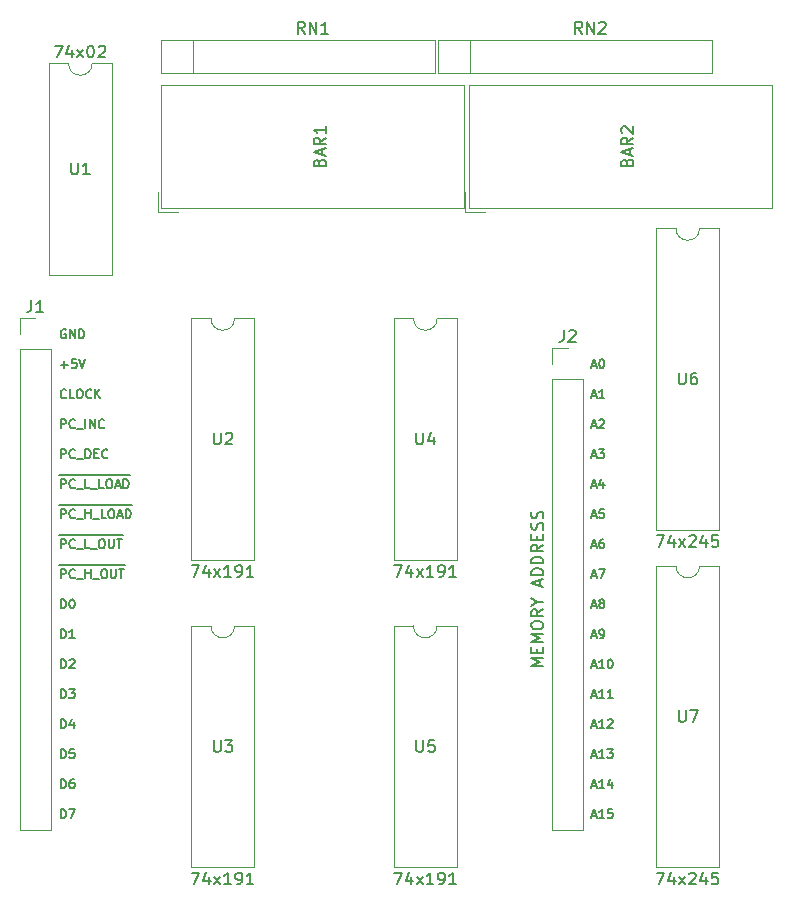
<source format=gto>
G04 #@! TF.GenerationSoftware,KiCad,Pcbnew,5.0.2+dfsg1-1*
G04 #@! TF.CreationDate,2019-07-26T12:17:07+02:00*
G04 #@! TF.ProjectId,Program-Counter,50726f67-7261-46d2-9d43-6f756e746572,rev?*
G04 #@! TF.SameCoordinates,Original*
G04 #@! TF.FileFunction,Legend,Top*
G04 #@! TF.FilePolarity,Positive*
%FSLAX46Y46*%
G04 Gerber Fmt 4.6, Leading zero omitted, Abs format (unit mm)*
G04 Created by KiCad (PCBNEW 5.0.2+dfsg1-1) date vr 26 jul 2019 12:17:07 CEST*
%MOMM*%
%LPD*%
G01*
G04 APERTURE LIST*
%ADD10C,0.150000*%
%ADD11C,0.120000*%
G04 APERTURE END LIST*
D10*
X35657500Y-66575000D02*
X36407500Y-66575000D01*
X35836071Y-67649285D02*
X35836071Y-66899285D01*
X36121785Y-66899285D01*
X36193214Y-66935000D01*
X36228928Y-66970714D01*
X36264642Y-67042142D01*
X36264642Y-67149285D01*
X36228928Y-67220714D01*
X36193214Y-67256428D01*
X36121785Y-67292142D01*
X35836071Y-67292142D01*
X36407500Y-66575000D02*
X37157500Y-66575000D01*
X37014642Y-67577857D02*
X36978928Y-67613571D01*
X36871785Y-67649285D01*
X36800357Y-67649285D01*
X36693214Y-67613571D01*
X36621785Y-67542142D01*
X36586071Y-67470714D01*
X36550357Y-67327857D01*
X36550357Y-67220714D01*
X36586071Y-67077857D01*
X36621785Y-67006428D01*
X36693214Y-66935000D01*
X36800357Y-66899285D01*
X36871785Y-66899285D01*
X36978928Y-66935000D01*
X37014642Y-66970714D01*
X37157500Y-66575000D02*
X37728928Y-66575000D01*
X37157500Y-67720714D02*
X37728928Y-67720714D01*
X37728928Y-66575000D02*
X38514642Y-66575000D01*
X37907500Y-67649285D02*
X37907500Y-66899285D01*
X37907500Y-67256428D02*
X38336071Y-67256428D01*
X38336071Y-67649285D02*
X38336071Y-66899285D01*
X38514642Y-66575000D02*
X39086071Y-66575000D01*
X38514642Y-67720714D02*
X39086071Y-67720714D01*
X39086071Y-66575000D02*
X39871785Y-66575000D01*
X39407500Y-66899285D02*
X39550357Y-66899285D01*
X39621785Y-66935000D01*
X39693214Y-67006428D01*
X39728928Y-67149285D01*
X39728928Y-67399285D01*
X39693214Y-67542142D01*
X39621785Y-67613571D01*
X39550357Y-67649285D01*
X39407500Y-67649285D01*
X39336071Y-67613571D01*
X39264642Y-67542142D01*
X39228928Y-67399285D01*
X39228928Y-67149285D01*
X39264642Y-67006428D01*
X39336071Y-66935000D01*
X39407500Y-66899285D01*
X39871785Y-66575000D02*
X40657500Y-66575000D01*
X40050357Y-66899285D02*
X40050357Y-67506428D01*
X40086071Y-67577857D01*
X40121785Y-67613571D01*
X40193214Y-67649285D01*
X40336071Y-67649285D01*
X40407500Y-67613571D01*
X40443214Y-67577857D01*
X40478928Y-67506428D01*
X40478928Y-66899285D01*
X40657500Y-66575000D02*
X41228928Y-66575000D01*
X40728928Y-66899285D02*
X41157500Y-66899285D01*
X40943214Y-67649285D02*
X40943214Y-66899285D01*
X80758357Y-77595000D02*
X81115500Y-77595000D01*
X80686928Y-77809285D02*
X80936928Y-77059285D01*
X81186928Y-77809285D01*
X81829785Y-77809285D02*
X81401214Y-77809285D01*
X81615500Y-77809285D02*
X81615500Y-77059285D01*
X81544071Y-77166428D01*
X81472642Y-77237857D01*
X81401214Y-77273571D01*
X82544071Y-77809285D02*
X82115500Y-77809285D01*
X82329785Y-77809285D02*
X82329785Y-77059285D01*
X82258357Y-77166428D01*
X82186928Y-77237857D01*
X82115500Y-77273571D01*
X80758357Y-69975000D02*
X81115500Y-69975000D01*
X80686928Y-70189285D02*
X80936928Y-69439285D01*
X81186928Y-70189285D01*
X81544071Y-69760714D02*
X81472642Y-69725000D01*
X81436928Y-69689285D01*
X81401214Y-69617857D01*
X81401214Y-69582142D01*
X81436928Y-69510714D01*
X81472642Y-69475000D01*
X81544071Y-69439285D01*
X81686928Y-69439285D01*
X81758357Y-69475000D01*
X81794071Y-69510714D01*
X81829785Y-69582142D01*
X81829785Y-69617857D01*
X81794071Y-69689285D01*
X81758357Y-69725000D01*
X81686928Y-69760714D01*
X81544071Y-69760714D01*
X81472642Y-69796428D01*
X81436928Y-69832142D01*
X81401214Y-69903571D01*
X81401214Y-70046428D01*
X81436928Y-70117857D01*
X81472642Y-70153571D01*
X81544071Y-70189285D01*
X81686928Y-70189285D01*
X81758357Y-70153571D01*
X81794071Y-70117857D01*
X81829785Y-70046428D01*
X81829785Y-69903571D01*
X81794071Y-69832142D01*
X81758357Y-69796428D01*
X81686928Y-69760714D01*
X80758357Y-82675000D02*
X81115500Y-82675000D01*
X80686928Y-82889285D02*
X80936928Y-82139285D01*
X81186928Y-82889285D01*
X81829785Y-82889285D02*
X81401214Y-82889285D01*
X81615500Y-82889285D02*
X81615500Y-82139285D01*
X81544071Y-82246428D01*
X81472642Y-82317857D01*
X81401214Y-82353571D01*
X82079785Y-82139285D02*
X82544071Y-82139285D01*
X82294071Y-82425000D01*
X82401214Y-82425000D01*
X82472642Y-82460714D01*
X82508357Y-82496428D01*
X82544071Y-82567857D01*
X82544071Y-82746428D01*
X82508357Y-82817857D01*
X82472642Y-82853571D01*
X82401214Y-82889285D01*
X82186928Y-82889285D01*
X82115500Y-82853571D01*
X82079785Y-82817857D01*
X80758357Y-72515000D02*
X81115500Y-72515000D01*
X80686928Y-72729285D02*
X80936928Y-71979285D01*
X81186928Y-72729285D01*
X81472642Y-72729285D02*
X81615500Y-72729285D01*
X81686928Y-72693571D01*
X81722642Y-72657857D01*
X81794071Y-72550714D01*
X81829785Y-72407857D01*
X81829785Y-72122142D01*
X81794071Y-72050714D01*
X81758357Y-72015000D01*
X81686928Y-71979285D01*
X81544071Y-71979285D01*
X81472642Y-72015000D01*
X81436928Y-72050714D01*
X81401214Y-72122142D01*
X81401214Y-72300714D01*
X81436928Y-72372142D01*
X81472642Y-72407857D01*
X81544071Y-72443571D01*
X81686928Y-72443571D01*
X81758357Y-72407857D01*
X81794071Y-72372142D01*
X81829785Y-72300714D01*
X80758357Y-75055000D02*
X81115500Y-75055000D01*
X80686928Y-75269285D02*
X80936928Y-74519285D01*
X81186928Y-75269285D01*
X81829785Y-75269285D02*
X81401214Y-75269285D01*
X81615500Y-75269285D02*
X81615500Y-74519285D01*
X81544071Y-74626428D01*
X81472642Y-74697857D01*
X81401214Y-74733571D01*
X82294071Y-74519285D02*
X82365500Y-74519285D01*
X82436928Y-74555000D01*
X82472642Y-74590714D01*
X82508357Y-74662142D01*
X82544071Y-74805000D01*
X82544071Y-74983571D01*
X82508357Y-75126428D01*
X82472642Y-75197857D01*
X82436928Y-75233571D01*
X82365500Y-75269285D01*
X82294071Y-75269285D01*
X82222642Y-75233571D01*
X82186928Y-75197857D01*
X82151214Y-75126428D01*
X82115500Y-74983571D01*
X82115500Y-74805000D01*
X82151214Y-74662142D01*
X82186928Y-74590714D01*
X82222642Y-74555000D01*
X82294071Y-74519285D01*
X80758357Y-87755000D02*
X81115500Y-87755000D01*
X80686928Y-87969285D02*
X80936928Y-87219285D01*
X81186928Y-87969285D01*
X81829785Y-87969285D02*
X81401214Y-87969285D01*
X81615500Y-87969285D02*
X81615500Y-87219285D01*
X81544071Y-87326428D01*
X81472642Y-87397857D01*
X81401214Y-87433571D01*
X82508357Y-87219285D02*
X82151214Y-87219285D01*
X82115500Y-87576428D01*
X82151214Y-87540714D01*
X82222642Y-87505000D01*
X82401214Y-87505000D01*
X82472642Y-87540714D01*
X82508357Y-87576428D01*
X82544071Y-87647857D01*
X82544071Y-87826428D01*
X82508357Y-87897857D01*
X82472642Y-87933571D01*
X82401214Y-87969285D01*
X82222642Y-87969285D01*
X82151214Y-87933571D01*
X82115500Y-87897857D01*
X80758357Y-80135000D02*
X81115500Y-80135000D01*
X80686928Y-80349285D02*
X80936928Y-79599285D01*
X81186928Y-80349285D01*
X81829785Y-80349285D02*
X81401214Y-80349285D01*
X81615500Y-80349285D02*
X81615500Y-79599285D01*
X81544071Y-79706428D01*
X81472642Y-79777857D01*
X81401214Y-79813571D01*
X82115500Y-79670714D02*
X82151214Y-79635000D01*
X82222642Y-79599285D01*
X82401214Y-79599285D01*
X82472642Y-79635000D01*
X82508357Y-79670714D01*
X82544071Y-79742142D01*
X82544071Y-79813571D01*
X82508357Y-79920714D01*
X82079785Y-80349285D01*
X82544071Y-80349285D01*
X80758357Y-85215000D02*
X81115500Y-85215000D01*
X80686928Y-85429285D02*
X80936928Y-84679285D01*
X81186928Y-85429285D01*
X81829785Y-85429285D02*
X81401214Y-85429285D01*
X81615500Y-85429285D02*
X81615500Y-84679285D01*
X81544071Y-84786428D01*
X81472642Y-84857857D01*
X81401214Y-84893571D01*
X82472642Y-84929285D02*
X82472642Y-85429285D01*
X82294071Y-84643571D02*
X82115500Y-85179285D01*
X82579785Y-85179285D01*
X80758357Y-64895000D02*
X81115500Y-64895000D01*
X80686928Y-65109285D02*
X80936928Y-64359285D01*
X81186928Y-65109285D01*
X81758357Y-64359285D02*
X81615500Y-64359285D01*
X81544071Y-64395000D01*
X81508357Y-64430714D01*
X81436928Y-64537857D01*
X81401214Y-64680714D01*
X81401214Y-64966428D01*
X81436928Y-65037857D01*
X81472642Y-65073571D01*
X81544071Y-65109285D01*
X81686928Y-65109285D01*
X81758357Y-65073571D01*
X81794071Y-65037857D01*
X81829785Y-64966428D01*
X81829785Y-64787857D01*
X81794071Y-64716428D01*
X81758357Y-64680714D01*
X81686928Y-64645000D01*
X81544071Y-64645000D01*
X81472642Y-64680714D01*
X81436928Y-64716428D01*
X81401214Y-64787857D01*
X80758357Y-49655000D02*
X81115500Y-49655000D01*
X80686928Y-49869285D02*
X80936928Y-49119285D01*
X81186928Y-49869285D01*
X81579785Y-49119285D02*
X81651214Y-49119285D01*
X81722642Y-49155000D01*
X81758357Y-49190714D01*
X81794071Y-49262142D01*
X81829785Y-49405000D01*
X81829785Y-49583571D01*
X81794071Y-49726428D01*
X81758357Y-49797857D01*
X81722642Y-49833571D01*
X81651214Y-49869285D01*
X81579785Y-49869285D01*
X81508357Y-49833571D01*
X81472642Y-49797857D01*
X81436928Y-49726428D01*
X81401214Y-49583571D01*
X81401214Y-49405000D01*
X81436928Y-49262142D01*
X81472642Y-49190714D01*
X81508357Y-49155000D01*
X81579785Y-49119285D01*
X80758357Y-67435000D02*
X81115500Y-67435000D01*
X80686928Y-67649285D02*
X80936928Y-66899285D01*
X81186928Y-67649285D01*
X81365500Y-66899285D02*
X81865500Y-66899285D01*
X81544071Y-67649285D01*
X80758357Y-57275000D02*
X81115500Y-57275000D01*
X80686928Y-57489285D02*
X80936928Y-56739285D01*
X81186928Y-57489285D01*
X81365500Y-56739285D02*
X81829785Y-56739285D01*
X81579785Y-57025000D01*
X81686928Y-57025000D01*
X81758357Y-57060714D01*
X81794071Y-57096428D01*
X81829785Y-57167857D01*
X81829785Y-57346428D01*
X81794071Y-57417857D01*
X81758357Y-57453571D01*
X81686928Y-57489285D01*
X81472642Y-57489285D01*
X81401214Y-57453571D01*
X81365500Y-57417857D01*
X80758357Y-59815000D02*
X81115500Y-59815000D01*
X80686928Y-60029285D02*
X80936928Y-59279285D01*
X81186928Y-60029285D01*
X81758357Y-59529285D02*
X81758357Y-60029285D01*
X81579785Y-59243571D02*
X81401214Y-59779285D01*
X81865500Y-59779285D01*
X80758357Y-62355000D02*
X81115500Y-62355000D01*
X80686928Y-62569285D02*
X80936928Y-61819285D01*
X81186928Y-62569285D01*
X81794071Y-61819285D02*
X81436928Y-61819285D01*
X81401214Y-62176428D01*
X81436928Y-62140714D01*
X81508357Y-62105000D01*
X81686928Y-62105000D01*
X81758357Y-62140714D01*
X81794071Y-62176428D01*
X81829785Y-62247857D01*
X81829785Y-62426428D01*
X81794071Y-62497857D01*
X81758357Y-62533571D01*
X81686928Y-62569285D01*
X81508357Y-62569285D01*
X81436928Y-62533571D01*
X81401214Y-62497857D01*
X80758357Y-52195000D02*
X81115500Y-52195000D01*
X80686928Y-52409285D02*
X80936928Y-51659285D01*
X81186928Y-52409285D01*
X81829785Y-52409285D02*
X81401214Y-52409285D01*
X81615500Y-52409285D02*
X81615500Y-51659285D01*
X81544071Y-51766428D01*
X81472642Y-51837857D01*
X81401214Y-51873571D01*
X80758357Y-54735000D02*
X81115500Y-54735000D01*
X80686928Y-54949285D02*
X80936928Y-54199285D01*
X81186928Y-54949285D01*
X81401214Y-54270714D02*
X81436928Y-54235000D01*
X81508357Y-54199285D01*
X81686928Y-54199285D01*
X81758357Y-54235000D01*
X81794071Y-54270714D01*
X81829785Y-54342142D01*
X81829785Y-54413571D01*
X81794071Y-54520714D01*
X81365500Y-54949285D01*
X81829785Y-54949285D01*
X35657500Y-64035000D02*
X36407500Y-64035000D01*
X35836071Y-65109285D02*
X35836071Y-64359285D01*
X36121785Y-64359285D01*
X36193214Y-64395000D01*
X36228928Y-64430714D01*
X36264642Y-64502142D01*
X36264642Y-64609285D01*
X36228928Y-64680714D01*
X36193214Y-64716428D01*
X36121785Y-64752142D01*
X35836071Y-64752142D01*
X36407500Y-64035000D02*
X37157500Y-64035000D01*
X37014642Y-65037857D02*
X36978928Y-65073571D01*
X36871785Y-65109285D01*
X36800357Y-65109285D01*
X36693214Y-65073571D01*
X36621785Y-65002142D01*
X36586071Y-64930714D01*
X36550357Y-64787857D01*
X36550357Y-64680714D01*
X36586071Y-64537857D01*
X36621785Y-64466428D01*
X36693214Y-64395000D01*
X36800357Y-64359285D01*
X36871785Y-64359285D01*
X36978928Y-64395000D01*
X37014642Y-64430714D01*
X37157500Y-64035000D02*
X37728928Y-64035000D01*
X37157500Y-65180714D02*
X37728928Y-65180714D01*
X37728928Y-64035000D02*
X38336071Y-64035000D01*
X38264642Y-65109285D02*
X37907500Y-65109285D01*
X37907500Y-64359285D01*
X38336071Y-64035000D02*
X38907500Y-64035000D01*
X38336071Y-65180714D02*
X38907500Y-65180714D01*
X38907500Y-64035000D02*
X39693214Y-64035000D01*
X39228928Y-64359285D02*
X39371785Y-64359285D01*
X39443214Y-64395000D01*
X39514642Y-64466428D01*
X39550357Y-64609285D01*
X39550357Y-64859285D01*
X39514642Y-65002142D01*
X39443214Y-65073571D01*
X39371785Y-65109285D01*
X39228928Y-65109285D01*
X39157500Y-65073571D01*
X39086071Y-65002142D01*
X39050357Y-64859285D01*
X39050357Y-64609285D01*
X39086071Y-64466428D01*
X39157500Y-64395000D01*
X39228928Y-64359285D01*
X39693214Y-64035000D02*
X40478928Y-64035000D01*
X39871785Y-64359285D02*
X39871785Y-64966428D01*
X39907500Y-65037857D01*
X39943214Y-65073571D01*
X40014642Y-65109285D01*
X40157500Y-65109285D01*
X40228928Y-65073571D01*
X40264642Y-65037857D01*
X40300357Y-64966428D01*
X40300357Y-64359285D01*
X40478928Y-64035000D02*
X41050357Y-64035000D01*
X40550357Y-64359285D02*
X40978928Y-64359285D01*
X40764642Y-65109285D02*
X40764642Y-64359285D01*
X35657500Y-61495000D02*
X36407500Y-61495000D01*
X35836071Y-62569285D02*
X35836071Y-61819285D01*
X36121785Y-61819285D01*
X36193214Y-61855000D01*
X36228928Y-61890714D01*
X36264642Y-61962142D01*
X36264642Y-62069285D01*
X36228928Y-62140714D01*
X36193214Y-62176428D01*
X36121785Y-62212142D01*
X35836071Y-62212142D01*
X36407500Y-61495000D02*
X37157500Y-61495000D01*
X37014642Y-62497857D02*
X36978928Y-62533571D01*
X36871785Y-62569285D01*
X36800357Y-62569285D01*
X36693214Y-62533571D01*
X36621785Y-62462142D01*
X36586071Y-62390714D01*
X36550357Y-62247857D01*
X36550357Y-62140714D01*
X36586071Y-61997857D01*
X36621785Y-61926428D01*
X36693214Y-61855000D01*
X36800357Y-61819285D01*
X36871785Y-61819285D01*
X36978928Y-61855000D01*
X37014642Y-61890714D01*
X37157500Y-61495000D02*
X37728928Y-61495000D01*
X37157500Y-62640714D02*
X37728928Y-62640714D01*
X37728928Y-61495000D02*
X38514642Y-61495000D01*
X37907500Y-62569285D02*
X37907500Y-61819285D01*
X37907500Y-62176428D02*
X38336071Y-62176428D01*
X38336071Y-62569285D02*
X38336071Y-61819285D01*
X38514642Y-61495000D02*
X39086071Y-61495000D01*
X38514642Y-62640714D02*
X39086071Y-62640714D01*
X39086071Y-61495000D02*
X39693214Y-61495000D01*
X39621785Y-62569285D02*
X39264642Y-62569285D01*
X39264642Y-61819285D01*
X39693214Y-61495000D02*
X40478928Y-61495000D01*
X40014642Y-61819285D02*
X40157500Y-61819285D01*
X40228928Y-61855000D01*
X40300357Y-61926428D01*
X40336071Y-62069285D01*
X40336071Y-62319285D01*
X40300357Y-62462142D01*
X40228928Y-62533571D01*
X40157500Y-62569285D01*
X40014642Y-62569285D01*
X39943214Y-62533571D01*
X39871785Y-62462142D01*
X39836071Y-62319285D01*
X39836071Y-62069285D01*
X39871785Y-61926428D01*
X39943214Y-61855000D01*
X40014642Y-61819285D01*
X40478928Y-61495000D02*
X41121785Y-61495000D01*
X40621785Y-62355000D02*
X40978928Y-62355000D01*
X40550357Y-62569285D02*
X40800357Y-61819285D01*
X41050357Y-62569285D01*
X41121785Y-61495000D02*
X41871785Y-61495000D01*
X41300357Y-62569285D02*
X41300357Y-61819285D01*
X41478928Y-61819285D01*
X41586071Y-61855000D01*
X41657500Y-61926428D01*
X41693214Y-61997857D01*
X41728928Y-62140714D01*
X41728928Y-62247857D01*
X41693214Y-62390714D01*
X41657500Y-62462142D01*
X41586071Y-62533571D01*
X41478928Y-62569285D01*
X41300357Y-62569285D01*
X35657500Y-58955000D02*
X36407500Y-58955000D01*
X35836071Y-60029285D02*
X35836071Y-59279285D01*
X36121785Y-59279285D01*
X36193214Y-59315000D01*
X36228928Y-59350714D01*
X36264642Y-59422142D01*
X36264642Y-59529285D01*
X36228928Y-59600714D01*
X36193214Y-59636428D01*
X36121785Y-59672142D01*
X35836071Y-59672142D01*
X36407500Y-58955000D02*
X37157500Y-58955000D01*
X37014642Y-59957857D02*
X36978928Y-59993571D01*
X36871785Y-60029285D01*
X36800357Y-60029285D01*
X36693214Y-59993571D01*
X36621785Y-59922142D01*
X36586071Y-59850714D01*
X36550357Y-59707857D01*
X36550357Y-59600714D01*
X36586071Y-59457857D01*
X36621785Y-59386428D01*
X36693214Y-59315000D01*
X36800357Y-59279285D01*
X36871785Y-59279285D01*
X36978928Y-59315000D01*
X37014642Y-59350714D01*
X37157500Y-58955000D02*
X37728928Y-58955000D01*
X37157500Y-60100714D02*
X37728928Y-60100714D01*
X37728928Y-58955000D02*
X38336071Y-58955000D01*
X38264642Y-60029285D02*
X37907500Y-60029285D01*
X37907500Y-59279285D01*
X38336071Y-58955000D02*
X38907500Y-58955000D01*
X38336071Y-60100714D02*
X38907500Y-60100714D01*
X38907500Y-58955000D02*
X39514642Y-58955000D01*
X39443214Y-60029285D02*
X39086071Y-60029285D01*
X39086071Y-59279285D01*
X39514642Y-58955000D02*
X40300357Y-58955000D01*
X39836071Y-59279285D02*
X39978928Y-59279285D01*
X40050357Y-59315000D01*
X40121785Y-59386428D01*
X40157500Y-59529285D01*
X40157500Y-59779285D01*
X40121785Y-59922142D01*
X40050357Y-59993571D01*
X39978928Y-60029285D01*
X39836071Y-60029285D01*
X39764642Y-59993571D01*
X39693214Y-59922142D01*
X39657500Y-59779285D01*
X39657500Y-59529285D01*
X39693214Y-59386428D01*
X39764642Y-59315000D01*
X39836071Y-59279285D01*
X40300357Y-58955000D02*
X40943214Y-58955000D01*
X40443214Y-59815000D02*
X40800357Y-59815000D01*
X40371785Y-60029285D02*
X40621785Y-59279285D01*
X40871785Y-60029285D01*
X40943214Y-58955000D02*
X41693214Y-58955000D01*
X41121785Y-60029285D02*
X41121785Y-59279285D01*
X41300357Y-59279285D01*
X41407500Y-59315000D01*
X41478928Y-59386428D01*
X41514642Y-59457857D01*
X41550357Y-59600714D01*
X41550357Y-59707857D01*
X41514642Y-59850714D01*
X41478928Y-59922142D01*
X41407500Y-59993571D01*
X41300357Y-60029285D01*
X41121785Y-60029285D01*
X35836071Y-57489285D02*
X35836071Y-56739285D01*
X36121785Y-56739285D01*
X36193214Y-56775000D01*
X36228928Y-56810714D01*
X36264642Y-56882142D01*
X36264642Y-56989285D01*
X36228928Y-57060714D01*
X36193214Y-57096428D01*
X36121785Y-57132142D01*
X35836071Y-57132142D01*
X37014642Y-57417857D02*
X36978928Y-57453571D01*
X36871785Y-57489285D01*
X36800357Y-57489285D01*
X36693214Y-57453571D01*
X36621785Y-57382142D01*
X36586071Y-57310714D01*
X36550357Y-57167857D01*
X36550357Y-57060714D01*
X36586071Y-56917857D01*
X36621785Y-56846428D01*
X36693214Y-56775000D01*
X36800357Y-56739285D01*
X36871785Y-56739285D01*
X36978928Y-56775000D01*
X37014642Y-56810714D01*
X37157500Y-57560714D02*
X37728928Y-57560714D01*
X37907500Y-57489285D02*
X37907500Y-56739285D01*
X38086071Y-56739285D01*
X38193214Y-56775000D01*
X38264642Y-56846428D01*
X38300357Y-56917857D01*
X38336071Y-57060714D01*
X38336071Y-57167857D01*
X38300357Y-57310714D01*
X38264642Y-57382142D01*
X38193214Y-57453571D01*
X38086071Y-57489285D01*
X37907500Y-57489285D01*
X38657500Y-57096428D02*
X38907500Y-57096428D01*
X39014642Y-57489285D02*
X38657500Y-57489285D01*
X38657500Y-56739285D01*
X39014642Y-56739285D01*
X39764642Y-57417857D02*
X39728928Y-57453571D01*
X39621785Y-57489285D01*
X39550357Y-57489285D01*
X39443214Y-57453571D01*
X39371785Y-57382142D01*
X39336071Y-57310714D01*
X39300357Y-57167857D01*
X39300357Y-57060714D01*
X39336071Y-56917857D01*
X39371785Y-56846428D01*
X39443214Y-56775000D01*
X39550357Y-56739285D01*
X39621785Y-56739285D01*
X39728928Y-56775000D01*
X39764642Y-56810714D01*
X36264642Y-52337857D02*
X36228928Y-52373571D01*
X36121785Y-52409285D01*
X36050357Y-52409285D01*
X35943214Y-52373571D01*
X35871785Y-52302142D01*
X35836071Y-52230714D01*
X35800357Y-52087857D01*
X35800357Y-51980714D01*
X35836071Y-51837857D01*
X35871785Y-51766428D01*
X35943214Y-51695000D01*
X36050357Y-51659285D01*
X36121785Y-51659285D01*
X36228928Y-51695000D01*
X36264642Y-51730714D01*
X36943214Y-52409285D02*
X36586071Y-52409285D01*
X36586071Y-51659285D01*
X37336071Y-51659285D02*
X37478928Y-51659285D01*
X37550357Y-51695000D01*
X37621785Y-51766428D01*
X37657500Y-51909285D01*
X37657500Y-52159285D01*
X37621785Y-52302142D01*
X37550357Y-52373571D01*
X37478928Y-52409285D01*
X37336071Y-52409285D01*
X37264642Y-52373571D01*
X37193214Y-52302142D01*
X37157500Y-52159285D01*
X37157500Y-51909285D01*
X37193214Y-51766428D01*
X37264642Y-51695000D01*
X37336071Y-51659285D01*
X38407500Y-52337857D02*
X38371785Y-52373571D01*
X38264642Y-52409285D01*
X38193214Y-52409285D01*
X38086071Y-52373571D01*
X38014642Y-52302142D01*
X37978928Y-52230714D01*
X37943214Y-52087857D01*
X37943214Y-51980714D01*
X37978928Y-51837857D01*
X38014642Y-51766428D01*
X38086071Y-51695000D01*
X38193214Y-51659285D01*
X38264642Y-51659285D01*
X38371785Y-51695000D01*
X38407500Y-51730714D01*
X38728928Y-52409285D02*
X38728928Y-51659285D01*
X39157500Y-52409285D02*
X38836071Y-51980714D01*
X39157500Y-51659285D02*
X38728928Y-52087857D01*
X35836071Y-70189285D02*
X35836071Y-69439285D01*
X36014642Y-69439285D01*
X36121785Y-69475000D01*
X36193214Y-69546428D01*
X36228928Y-69617857D01*
X36264642Y-69760714D01*
X36264642Y-69867857D01*
X36228928Y-70010714D01*
X36193214Y-70082142D01*
X36121785Y-70153571D01*
X36014642Y-70189285D01*
X35836071Y-70189285D01*
X36728928Y-69439285D02*
X36800357Y-69439285D01*
X36871785Y-69475000D01*
X36907500Y-69510714D01*
X36943214Y-69582142D01*
X36978928Y-69725000D01*
X36978928Y-69903571D01*
X36943214Y-70046428D01*
X36907500Y-70117857D01*
X36871785Y-70153571D01*
X36800357Y-70189285D01*
X36728928Y-70189285D01*
X36657500Y-70153571D01*
X36621785Y-70117857D01*
X36586071Y-70046428D01*
X36550357Y-69903571D01*
X36550357Y-69725000D01*
X36586071Y-69582142D01*
X36621785Y-69510714D01*
X36657500Y-69475000D01*
X36728928Y-69439285D01*
X35836071Y-72729285D02*
X35836071Y-71979285D01*
X36014642Y-71979285D01*
X36121785Y-72015000D01*
X36193214Y-72086428D01*
X36228928Y-72157857D01*
X36264642Y-72300714D01*
X36264642Y-72407857D01*
X36228928Y-72550714D01*
X36193214Y-72622142D01*
X36121785Y-72693571D01*
X36014642Y-72729285D01*
X35836071Y-72729285D01*
X36978928Y-72729285D02*
X36550357Y-72729285D01*
X36764642Y-72729285D02*
X36764642Y-71979285D01*
X36693214Y-72086428D01*
X36621785Y-72157857D01*
X36550357Y-72193571D01*
X35836071Y-75269285D02*
X35836071Y-74519285D01*
X36014642Y-74519285D01*
X36121785Y-74555000D01*
X36193214Y-74626428D01*
X36228928Y-74697857D01*
X36264642Y-74840714D01*
X36264642Y-74947857D01*
X36228928Y-75090714D01*
X36193214Y-75162142D01*
X36121785Y-75233571D01*
X36014642Y-75269285D01*
X35836071Y-75269285D01*
X36550357Y-74590714D02*
X36586071Y-74555000D01*
X36657500Y-74519285D01*
X36836071Y-74519285D01*
X36907500Y-74555000D01*
X36943214Y-74590714D01*
X36978928Y-74662142D01*
X36978928Y-74733571D01*
X36943214Y-74840714D01*
X36514642Y-75269285D01*
X36978928Y-75269285D01*
X35836071Y-77809285D02*
X35836071Y-77059285D01*
X36014642Y-77059285D01*
X36121785Y-77095000D01*
X36193214Y-77166428D01*
X36228928Y-77237857D01*
X36264642Y-77380714D01*
X36264642Y-77487857D01*
X36228928Y-77630714D01*
X36193214Y-77702142D01*
X36121785Y-77773571D01*
X36014642Y-77809285D01*
X35836071Y-77809285D01*
X36514642Y-77059285D02*
X36978928Y-77059285D01*
X36728928Y-77345000D01*
X36836071Y-77345000D01*
X36907500Y-77380714D01*
X36943214Y-77416428D01*
X36978928Y-77487857D01*
X36978928Y-77666428D01*
X36943214Y-77737857D01*
X36907500Y-77773571D01*
X36836071Y-77809285D01*
X36621785Y-77809285D01*
X36550357Y-77773571D01*
X36514642Y-77737857D01*
X35836071Y-80349285D02*
X35836071Y-79599285D01*
X36014642Y-79599285D01*
X36121785Y-79635000D01*
X36193214Y-79706428D01*
X36228928Y-79777857D01*
X36264642Y-79920714D01*
X36264642Y-80027857D01*
X36228928Y-80170714D01*
X36193214Y-80242142D01*
X36121785Y-80313571D01*
X36014642Y-80349285D01*
X35836071Y-80349285D01*
X36907500Y-79849285D02*
X36907500Y-80349285D01*
X36728928Y-79563571D02*
X36550357Y-80099285D01*
X37014642Y-80099285D01*
X35836071Y-82889285D02*
X35836071Y-82139285D01*
X36014642Y-82139285D01*
X36121785Y-82175000D01*
X36193214Y-82246428D01*
X36228928Y-82317857D01*
X36264642Y-82460714D01*
X36264642Y-82567857D01*
X36228928Y-82710714D01*
X36193214Y-82782142D01*
X36121785Y-82853571D01*
X36014642Y-82889285D01*
X35836071Y-82889285D01*
X36943214Y-82139285D02*
X36586071Y-82139285D01*
X36550357Y-82496428D01*
X36586071Y-82460714D01*
X36657500Y-82425000D01*
X36836071Y-82425000D01*
X36907500Y-82460714D01*
X36943214Y-82496428D01*
X36978928Y-82567857D01*
X36978928Y-82746428D01*
X36943214Y-82817857D01*
X36907500Y-82853571D01*
X36836071Y-82889285D01*
X36657500Y-82889285D01*
X36586071Y-82853571D01*
X36550357Y-82817857D01*
X35836071Y-85429285D02*
X35836071Y-84679285D01*
X36014642Y-84679285D01*
X36121785Y-84715000D01*
X36193214Y-84786428D01*
X36228928Y-84857857D01*
X36264642Y-85000714D01*
X36264642Y-85107857D01*
X36228928Y-85250714D01*
X36193214Y-85322142D01*
X36121785Y-85393571D01*
X36014642Y-85429285D01*
X35836071Y-85429285D01*
X36907500Y-84679285D02*
X36764642Y-84679285D01*
X36693214Y-84715000D01*
X36657500Y-84750714D01*
X36586071Y-84857857D01*
X36550357Y-85000714D01*
X36550357Y-85286428D01*
X36586071Y-85357857D01*
X36621785Y-85393571D01*
X36693214Y-85429285D01*
X36836071Y-85429285D01*
X36907500Y-85393571D01*
X36943214Y-85357857D01*
X36978928Y-85286428D01*
X36978928Y-85107857D01*
X36943214Y-85036428D01*
X36907500Y-85000714D01*
X36836071Y-84965000D01*
X36693214Y-84965000D01*
X36621785Y-85000714D01*
X36586071Y-85036428D01*
X36550357Y-85107857D01*
X35836071Y-87969285D02*
X35836071Y-87219285D01*
X36014642Y-87219285D01*
X36121785Y-87255000D01*
X36193214Y-87326428D01*
X36228928Y-87397857D01*
X36264642Y-87540714D01*
X36264642Y-87647857D01*
X36228928Y-87790714D01*
X36193214Y-87862142D01*
X36121785Y-87933571D01*
X36014642Y-87969285D01*
X35836071Y-87969285D01*
X36514642Y-87219285D02*
X37014642Y-87219285D01*
X36693214Y-87969285D01*
X35836071Y-49583571D02*
X36407500Y-49583571D01*
X36121785Y-49869285D02*
X36121785Y-49297857D01*
X37121785Y-49119285D02*
X36764642Y-49119285D01*
X36728928Y-49476428D01*
X36764642Y-49440714D01*
X36836071Y-49405000D01*
X37014642Y-49405000D01*
X37086071Y-49440714D01*
X37121785Y-49476428D01*
X37157500Y-49547857D01*
X37157500Y-49726428D01*
X37121785Y-49797857D01*
X37086071Y-49833571D01*
X37014642Y-49869285D01*
X36836071Y-49869285D01*
X36764642Y-49833571D01*
X36728928Y-49797857D01*
X37371785Y-49119285D02*
X37621785Y-49869285D01*
X37871785Y-49119285D01*
X36228928Y-46615000D02*
X36157500Y-46579285D01*
X36050357Y-46579285D01*
X35943214Y-46615000D01*
X35871785Y-46686428D01*
X35836071Y-46757857D01*
X35800357Y-46900714D01*
X35800357Y-47007857D01*
X35836071Y-47150714D01*
X35871785Y-47222142D01*
X35943214Y-47293571D01*
X36050357Y-47329285D01*
X36121785Y-47329285D01*
X36228928Y-47293571D01*
X36264642Y-47257857D01*
X36264642Y-47007857D01*
X36121785Y-47007857D01*
X36586071Y-47329285D02*
X36586071Y-46579285D01*
X37014642Y-47329285D01*
X37014642Y-46579285D01*
X37371785Y-47329285D02*
X37371785Y-46579285D01*
X37550357Y-46579285D01*
X37657500Y-46615000D01*
X37728928Y-46686428D01*
X37764642Y-46757857D01*
X37800357Y-46900714D01*
X37800357Y-47007857D01*
X37764642Y-47150714D01*
X37728928Y-47222142D01*
X37657500Y-47293571D01*
X37550357Y-47329285D01*
X37371785Y-47329285D01*
X35836071Y-54949285D02*
X35836071Y-54199285D01*
X36121785Y-54199285D01*
X36193214Y-54235000D01*
X36228928Y-54270714D01*
X36264642Y-54342142D01*
X36264642Y-54449285D01*
X36228928Y-54520714D01*
X36193214Y-54556428D01*
X36121785Y-54592142D01*
X35836071Y-54592142D01*
X37014642Y-54877857D02*
X36978928Y-54913571D01*
X36871785Y-54949285D01*
X36800357Y-54949285D01*
X36693214Y-54913571D01*
X36621785Y-54842142D01*
X36586071Y-54770714D01*
X36550357Y-54627857D01*
X36550357Y-54520714D01*
X36586071Y-54377857D01*
X36621785Y-54306428D01*
X36693214Y-54235000D01*
X36800357Y-54199285D01*
X36871785Y-54199285D01*
X36978928Y-54235000D01*
X37014642Y-54270714D01*
X37157500Y-55020714D02*
X37728928Y-55020714D01*
X37907500Y-54949285D02*
X37907500Y-54199285D01*
X38264642Y-54949285D02*
X38264642Y-54199285D01*
X38693214Y-54949285D01*
X38693214Y-54199285D01*
X39478928Y-54877857D02*
X39443214Y-54913571D01*
X39336071Y-54949285D01*
X39264642Y-54949285D01*
X39157500Y-54913571D01*
X39086071Y-54842142D01*
X39050357Y-54770714D01*
X39014642Y-54627857D01*
X39014642Y-54520714D01*
X39050357Y-54377857D01*
X39086071Y-54306428D01*
X39157500Y-54235000D01*
X39264642Y-54199285D01*
X39336071Y-54199285D01*
X39443214Y-54235000D01*
X39478928Y-54270714D01*
D11*
G04 #@! TO.C,U4*
X67675000Y-45660000D02*
G75*
G02X65675000Y-45660000I-1000000J0D01*
G01*
X65675000Y-45660000D02*
X64025000Y-45660000D01*
X64025000Y-45660000D02*
X64025000Y-66100000D01*
X64025000Y-66100000D02*
X69325000Y-66100000D01*
X69325000Y-66100000D02*
X69325000Y-45660000D01*
X69325000Y-45660000D02*
X67675000Y-45660000D01*
G04 #@! TO.C,J2*
X77410000Y-48200000D02*
X78740000Y-48200000D01*
X77410000Y-49530000D02*
X77410000Y-48200000D01*
X77410000Y-50800000D02*
X80070000Y-50800000D01*
X80070000Y-50800000D02*
X80070000Y-88960000D01*
X77410000Y-50800000D02*
X77410000Y-88960000D01*
X77410000Y-88960000D02*
X80070000Y-88960000D01*
G04 #@! TO.C,J1*
X32325000Y-88960000D02*
X34985000Y-88960000D01*
X32325000Y-48260000D02*
X32325000Y-88960000D01*
X34985000Y-48260000D02*
X34985000Y-88960000D01*
X32325000Y-48260000D02*
X34985000Y-48260000D01*
X32325000Y-46990000D02*
X32325000Y-45660000D01*
X32325000Y-45660000D02*
X33655000Y-45660000D01*
G04 #@! TO.C,BAR2*
X70345000Y-25895000D02*
X96025000Y-25895000D01*
X70345000Y-36335000D02*
X70345000Y-25895000D01*
X96025000Y-36335000D02*
X70345000Y-36335000D01*
X96025000Y-25895000D02*
X96025000Y-36335000D01*
X70055000Y-36625000D02*
X71755000Y-36625000D01*
X70055000Y-34925000D02*
X70055000Y-36625000D01*
G04 #@! TO.C,BAR1*
X44020000Y-34925000D02*
X44020000Y-36625000D01*
X44020000Y-36625000D02*
X45720000Y-36625000D01*
X69990000Y-25895000D02*
X69990000Y-36335000D01*
X69990000Y-36335000D02*
X44310000Y-36335000D01*
X44310000Y-36335000D02*
X44310000Y-25895000D01*
X44310000Y-25895000D02*
X69990000Y-25895000D01*
G04 #@! TO.C,U1*
X38465000Y-24070000D02*
G75*
G02X36465000Y-24070000I-1000000J0D01*
G01*
X36465000Y-24070000D02*
X34815000Y-24070000D01*
X34815000Y-24070000D02*
X34815000Y-41970000D01*
X34815000Y-41970000D02*
X40115000Y-41970000D01*
X40115000Y-41970000D02*
X40115000Y-24070000D01*
X40115000Y-24070000D02*
X38465000Y-24070000D01*
G04 #@! TO.C,U5*
X69325000Y-71695000D02*
X67675000Y-71695000D01*
X69325000Y-92135000D02*
X69325000Y-71695000D01*
X64025000Y-92135000D02*
X69325000Y-92135000D01*
X64025000Y-71695000D02*
X64025000Y-92135000D01*
X65675000Y-71695000D02*
X64025000Y-71695000D01*
X67675000Y-71695000D02*
G75*
G02X65675000Y-71695000I-1000000J0D01*
G01*
G04 #@! TO.C,U3*
X52180000Y-71695000D02*
X50530000Y-71695000D01*
X52180000Y-92135000D02*
X52180000Y-71695000D01*
X46880000Y-92135000D02*
X52180000Y-92135000D01*
X46880000Y-71695000D02*
X46880000Y-92135000D01*
X48530000Y-71695000D02*
X46880000Y-71695000D01*
X50530000Y-71695000D02*
G75*
G02X48530000Y-71695000I-1000000J0D01*
G01*
G04 #@! TO.C,U2*
X50530000Y-45660000D02*
G75*
G02X48530000Y-45660000I-1000000J0D01*
G01*
X48530000Y-45660000D02*
X46880000Y-45660000D01*
X46880000Y-45660000D02*
X46880000Y-66100000D01*
X46880000Y-66100000D02*
X52180000Y-66100000D01*
X52180000Y-66100000D02*
X52180000Y-45660000D01*
X52180000Y-45660000D02*
X50530000Y-45660000D01*
G04 #@! TO.C,U7*
X91550000Y-66615000D02*
X89900000Y-66615000D01*
X91550000Y-92135000D02*
X91550000Y-66615000D01*
X86250000Y-92135000D02*
X91550000Y-92135000D01*
X86250000Y-66615000D02*
X86250000Y-92135000D01*
X87900000Y-66615000D02*
X86250000Y-66615000D01*
X89900000Y-66615000D02*
G75*
G02X87900000Y-66615000I-1000000J0D01*
G01*
G04 #@! TO.C,U6*
X89900000Y-38040000D02*
G75*
G02X87900000Y-38040000I-1000000J0D01*
G01*
X87900000Y-38040000D02*
X86250000Y-38040000D01*
X86250000Y-38040000D02*
X86250000Y-63560000D01*
X86250000Y-63560000D02*
X91550000Y-63560000D01*
X91550000Y-63560000D02*
X91550000Y-38040000D01*
X91550000Y-38040000D02*
X89900000Y-38040000D01*
G04 #@! TO.C,RN2*
X70485000Y-22095000D02*
X70485000Y-24895000D01*
X90975000Y-22095000D02*
X67775000Y-22095000D01*
X90975000Y-24895000D02*
X90975000Y-22095000D01*
X67775000Y-24895000D02*
X90975000Y-24895000D01*
X67775000Y-22095000D02*
X67775000Y-24895000D01*
G04 #@! TO.C,RN1*
X44280000Y-22095000D02*
X44280000Y-24895000D01*
X44280000Y-24895000D02*
X67480000Y-24895000D01*
X67480000Y-24895000D02*
X67480000Y-22095000D01*
X67480000Y-22095000D02*
X44280000Y-22095000D01*
X46990000Y-22095000D02*
X46990000Y-24895000D01*
G04 #@! TO.C,U4*
D10*
X65913095Y-55332380D02*
X65913095Y-56141904D01*
X65960714Y-56237142D01*
X66008333Y-56284761D01*
X66103571Y-56332380D01*
X66294047Y-56332380D01*
X66389285Y-56284761D01*
X66436904Y-56237142D01*
X66484523Y-56141904D01*
X66484523Y-55332380D01*
X67389285Y-55665714D02*
X67389285Y-56332380D01*
X67151190Y-55284761D02*
X66913095Y-55999047D01*
X67532142Y-55999047D01*
X64032142Y-66552380D02*
X64698809Y-66552380D01*
X64270238Y-67552380D01*
X65508333Y-66885714D02*
X65508333Y-67552380D01*
X65270238Y-66504761D02*
X65032142Y-67219047D01*
X65651190Y-67219047D01*
X65936904Y-67552380D02*
X66460714Y-66885714D01*
X65936904Y-66885714D02*
X66460714Y-67552380D01*
X67365476Y-67552380D02*
X66794047Y-67552380D01*
X67079761Y-67552380D02*
X67079761Y-66552380D01*
X66984523Y-66695238D01*
X66889285Y-66790476D01*
X66794047Y-66838095D01*
X67841666Y-67552380D02*
X68032142Y-67552380D01*
X68127380Y-67504761D01*
X68175000Y-67457142D01*
X68270238Y-67314285D01*
X68317857Y-67123809D01*
X68317857Y-66742857D01*
X68270238Y-66647619D01*
X68222619Y-66600000D01*
X68127380Y-66552380D01*
X67936904Y-66552380D01*
X67841666Y-66600000D01*
X67794047Y-66647619D01*
X67746428Y-66742857D01*
X67746428Y-66980952D01*
X67794047Y-67076190D01*
X67841666Y-67123809D01*
X67936904Y-67171428D01*
X68127380Y-67171428D01*
X68222619Y-67123809D01*
X68270238Y-67076190D01*
X68317857Y-66980952D01*
X69270238Y-67552380D02*
X68698809Y-67552380D01*
X68984523Y-67552380D02*
X68984523Y-66552380D01*
X68889285Y-66695238D01*
X68794047Y-66790476D01*
X68698809Y-66838095D01*
G04 #@! TO.C,J2*
X78406666Y-46652380D02*
X78406666Y-47366666D01*
X78359047Y-47509523D01*
X78263809Y-47604761D01*
X78120952Y-47652380D01*
X78025714Y-47652380D01*
X78835238Y-46747619D02*
X78882857Y-46700000D01*
X78978095Y-46652380D01*
X79216190Y-46652380D01*
X79311428Y-46700000D01*
X79359047Y-46747619D01*
X79406666Y-46842857D01*
X79406666Y-46938095D01*
X79359047Y-47080952D01*
X78787619Y-47652380D01*
X79406666Y-47652380D01*
X76652380Y-75103809D02*
X75652380Y-75103809D01*
X76366666Y-74770476D01*
X75652380Y-74437142D01*
X76652380Y-74437142D01*
X76128571Y-73960952D02*
X76128571Y-73627619D01*
X76652380Y-73484761D02*
X76652380Y-73960952D01*
X75652380Y-73960952D01*
X75652380Y-73484761D01*
X76652380Y-73056190D02*
X75652380Y-73056190D01*
X76366666Y-72722857D01*
X75652380Y-72389523D01*
X76652380Y-72389523D01*
X75652380Y-71722857D02*
X75652380Y-71532380D01*
X75700000Y-71437142D01*
X75795238Y-71341904D01*
X75985714Y-71294285D01*
X76319047Y-71294285D01*
X76509523Y-71341904D01*
X76604761Y-71437142D01*
X76652380Y-71532380D01*
X76652380Y-71722857D01*
X76604761Y-71818095D01*
X76509523Y-71913333D01*
X76319047Y-71960952D01*
X75985714Y-71960952D01*
X75795238Y-71913333D01*
X75700000Y-71818095D01*
X75652380Y-71722857D01*
X76652380Y-70294285D02*
X76176190Y-70627619D01*
X76652380Y-70865714D02*
X75652380Y-70865714D01*
X75652380Y-70484761D01*
X75700000Y-70389523D01*
X75747619Y-70341904D01*
X75842857Y-70294285D01*
X75985714Y-70294285D01*
X76080952Y-70341904D01*
X76128571Y-70389523D01*
X76176190Y-70484761D01*
X76176190Y-70865714D01*
X76176190Y-69675238D02*
X76652380Y-69675238D01*
X75652380Y-70008571D02*
X76176190Y-69675238D01*
X75652380Y-69341904D01*
X76366666Y-68294285D02*
X76366666Y-67818095D01*
X76652380Y-68389523D02*
X75652380Y-68056190D01*
X76652380Y-67722857D01*
X76652380Y-67389523D02*
X75652380Y-67389523D01*
X75652380Y-67151428D01*
X75700000Y-67008571D01*
X75795238Y-66913333D01*
X75890476Y-66865714D01*
X76080952Y-66818095D01*
X76223809Y-66818095D01*
X76414285Y-66865714D01*
X76509523Y-66913333D01*
X76604761Y-67008571D01*
X76652380Y-67151428D01*
X76652380Y-67389523D01*
X76652380Y-66389523D02*
X75652380Y-66389523D01*
X75652380Y-66151428D01*
X75700000Y-66008571D01*
X75795238Y-65913333D01*
X75890476Y-65865714D01*
X76080952Y-65818095D01*
X76223809Y-65818095D01*
X76414285Y-65865714D01*
X76509523Y-65913333D01*
X76604761Y-66008571D01*
X76652380Y-66151428D01*
X76652380Y-66389523D01*
X76652380Y-64818095D02*
X76176190Y-65151428D01*
X76652380Y-65389523D02*
X75652380Y-65389523D01*
X75652380Y-65008571D01*
X75700000Y-64913333D01*
X75747619Y-64865714D01*
X75842857Y-64818095D01*
X75985714Y-64818095D01*
X76080952Y-64865714D01*
X76128571Y-64913333D01*
X76176190Y-65008571D01*
X76176190Y-65389523D01*
X76128571Y-64389523D02*
X76128571Y-64056190D01*
X76652380Y-63913333D02*
X76652380Y-64389523D01*
X75652380Y-64389523D01*
X75652380Y-63913333D01*
X76604761Y-63532380D02*
X76652380Y-63389523D01*
X76652380Y-63151428D01*
X76604761Y-63056190D01*
X76557142Y-63008571D01*
X76461904Y-62960952D01*
X76366666Y-62960952D01*
X76271428Y-63008571D01*
X76223809Y-63056190D01*
X76176190Y-63151428D01*
X76128571Y-63341904D01*
X76080952Y-63437142D01*
X76033333Y-63484761D01*
X75938095Y-63532380D01*
X75842857Y-63532380D01*
X75747619Y-63484761D01*
X75700000Y-63437142D01*
X75652380Y-63341904D01*
X75652380Y-63103809D01*
X75700000Y-62960952D01*
X76604761Y-62580000D02*
X76652380Y-62437142D01*
X76652380Y-62199047D01*
X76604761Y-62103809D01*
X76557142Y-62056190D01*
X76461904Y-62008571D01*
X76366666Y-62008571D01*
X76271428Y-62056190D01*
X76223809Y-62103809D01*
X76176190Y-62199047D01*
X76128571Y-62389523D01*
X76080952Y-62484761D01*
X76033333Y-62532380D01*
X75938095Y-62580000D01*
X75842857Y-62580000D01*
X75747619Y-62532380D01*
X75700000Y-62484761D01*
X75652380Y-62389523D01*
X75652380Y-62151428D01*
X75700000Y-62008571D01*
G04 #@! TO.C,J1*
X33321666Y-44112380D02*
X33321666Y-44826666D01*
X33274047Y-44969523D01*
X33178809Y-45064761D01*
X33035952Y-45112380D01*
X32940714Y-45112380D01*
X34321666Y-45112380D02*
X33750238Y-45112380D01*
X34035952Y-45112380D02*
X34035952Y-44112380D01*
X33940714Y-44255238D01*
X33845476Y-44350476D01*
X33750238Y-44398095D01*
G04 #@! TO.C,BAR2*
X83748571Y-32448333D02*
X83796190Y-32305476D01*
X83843809Y-32257857D01*
X83939047Y-32210238D01*
X84081904Y-32210238D01*
X84177142Y-32257857D01*
X84224761Y-32305476D01*
X84272380Y-32400714D01*
X84272380Y-32781666D01*
X83272380Y-32781666D01*
X83272380Y-32448333D01*
X83320000Y-32353095D01*
X83367619Y-32305476D01*
X83462857Y-32257857D01*
X83558095Y-32257857D01*
X83653333Y-32305476D01*
X83700952Y-32353095D01*
X83748571Y-32448333D01*
X83748571Y-32781666D01*
X83986666Y-31829285D02*
X83986666Y-31353095D01*
X84272380Y-31924523D02*
X83272380Y-31591190D01*
X84272380Y-31257857D01*
X84272380Y-30353095D02*
X83796190Y-30686428D01*
X84272380Y-30924523D02*
X83272380Y-30924523D01*
X83272380Y-30543571D01*
X83320000Y-30448333D01*
X83367619Y-30400714D01*
X83462857Y-30353095D01*
X83605714Y-30353095D01*
X83700952Y-30400714D01*
X83748571Y-30448333D01*
X83796190Y-30543571D01*
X83796190Y-30924523D01*
X83367619Y-29972142D02*
X83320000Y-29924523D01*
X83272380Y-29829285D01*
X83272380Y-29591190D01*
X83320000Y-29495952D01*
X83367619Y-29448333D01*
X83462857Y-29400714D01*
X83558095Y-29400714D01*
X83700952Y-29448333D01*
X84272380Y-30019761D01*
X84272380Y-29400714D01*
G04 #@! TO.C,BAR1*
X57713571Y-32448333D02*
X57761190Y-32305476D01*
X57808809Y-32257857D01*
X57904047Y-32210238D01*
X58046904Y-32210238D01*
X58142142Y-32257857D01*
X58189761Y-32305476D01*
X58237380Y-32400714D01*
X58237380Y-32781666D01*
X57237380Y-32781666D01*
X57237380Y-32448333D01*
X57285000Y-32353095D01*
X57332619Y-32305476D01*
X57427857Y-32257857D01*
X57523095Y-32257857D01*
X57618333Y-32305476D01*
X57665952Y-32353095D01*
X57713571Y-32448333D01*
X57713571Y-32781666D01*
X57951666Y-31829285D02*
X57951666Y-31353095D01*
X58237380Y-31924523D02*
X57237380Y-31591190D01*
X58237380Y-31257857D01*
X58237380Y-30353095D02*
X57761190Y-30686428D01*
X58237380Y-30924523D02*
X57237380Y-30924523D01*
X57237380Y-30543571D01*
X57285000Y-30448333D01*
X57332619Y-30400714D01*
X57427857Y-30353095D01*
X57570714Y-30353095D01*
X57665952Y-30400714D01*
X57713571Y-30448333D01*
X57761190Y-30543571D01*
X57761190Y-30924523D01*
X58237380Y-29400714D02*
X58237380Y-29972142D01*
X58237380Y-29686428D02*
X57237380Y-29686428D01*
X57380238Y-29781666D01*
X57475476Y-29876904D01*
X57523095Y-29972142D01*
G04 #@! TO.C,U1*
X36703095Y-32472380D02*
X36703095Y-33281904D01*
X36750714Y-33377142D01*
X36798333Y-33424761D01*
X36893571Y-33472380D01*
X37084047Y-33472380D01*
X37179285Y-33424761D01*
X37226904Y-33377142D01*
X37274523Y-33281904D01*
X37274523Y-32472380D01*
X38274523Y-33472380D02*
X37703095Y-33472380D01*
X37988809Y-33472380D02*
X37988809Y-32472380D01*
X37893571Y-32615238D01*
X37798333Y-32710476D01*
X37703095Y-32758095D01*
X35298333Y-22566380D02*
X35965000Y-22566380D01*
X35536428Y-23566380D01*
X36774523Y-22899714D02*
X36774523Y-23566380D01*
X36536428Y-22518761D02*
X36298333Y-23233047D01*
X36917380Y-23233047D01*
X37203095Y-23566380D02*
X37726904Y-22899714D01*
X37203095Y-22899714D02*
X37726904Y-23566380D01*
X38298333Y-22566380D02*
X38393571Y-22566380D01*
X38488809Y-22614000D01*
X38536428Y-22661619D01*
X38584047Y-22756857D01*
X38631666Y-22947333D01*
X38631666Y-23185428D01*
X38584047Y-23375904D01*
X38536428Y-23471142D01*
X38488809Y-23518761D01*
X38393571Y-23566380D01*
X38298333Y-23566380D01*
X38203095Y-23518761D01*
X38155476Y-23471142D01*
X38107857Y-23375904D01*
X38060238Y-23185428D01*
X38060238Y-22947333D01*
X38107857Y-22756857D01*
X38155476Y-22661619D01*
X38203095Y-22614000D01*
X38298333Y-22566380D01*
X39012619Y-22661619D02*
X39060238Y-22614000D01*
X39155476Y-22566380D01*
X39393571Y-22566380D01*
X39488809Y-22614000D01*
X39536428Y-22661619D01*
X39584047Y-22756857D01*
X39584047Y-22852095D01*
X39536428Y-22994952D01*
X38965000Y-23566380D01*
X39584047Y-23566380D01*
G04 #@! TO.C,U5*
X65913095Y-81367380D02*
X65913095Y-82176904D01*
X65960714Y-82272142D01*
X66008333Y-82319761D01*
X66103571Y-82367380D01*
X66294047Y-82367380D01*
X66389285Y-82319761D01*
X66436904Y-82272142D01*
X66484523Y-82176904D01*
X66484523Y-81367380D01*
X67436904Y-81367380D02*
X66960714Y-81367380D01*
X66913095Y-81843571D01*
X66960714Y-81795952D01*
X67055952Y-81748333D01*
X67294047Y-81748333D01*
X67389285Y-81795952D01*
X67436904Y-81843571D01*
X67484523Y-81938809D01*
X67484523Y-82176904D01*
X67436904Y-82272142D01*
X67389285Y-82319761D01*
X67294047Y-82367380D01*
X67055952Y-82367380D01*
X66960714Y-82319761D01*
X66913095Y-82272142D01*
X64032142Y-92587380D02*
X64698809Y-92587380D01*
X64270238Y-93587380D01*
X65508333Y-92920714D02*
X65508333Y-93587380D01*
X65270238Y-92539761D02*
X65032142Y-93254047D01*
X65651190Y-93254047D01*
X65936904Y-93587380D02*
X66460714Y-92920714D01*
X65936904Y-92920714D02*
X66460714Y-93587380D01*
X67365476Y-93587380D02*
X66794047Y-93587380D01*
X67079761Y-93587380D02*
X67079761Y-92587380D01*
X66984523Y-92730238D01*
X66889285Y-92825476D01*
X66794047Y-92873095D01*
X67841666Y-93587380D02*
X68032142Y-93587380D01*
X68127380Y-93539761D01*
X68175000Y-93492142D01*
X68270238Y-93349285D01*
X68317857Y-93158809D01*
X68317857Y-92777857D01*
X68270238Y-92682619D01*
X68222619Y-92635000D01*
X68127380Y-92587380D01*
X67936904Y-92587380D01*
X67841666Y-92635000D01*
X67794047Y-92682619D01*
X67746428Y-92777857D01*
X67746428Y-93015952D01*
X67794047Y-93111190D01*
X67841666Y-93158809D01*
X67936904Y-93206428D01*
X68127380Y-93206428D01*
X68222619Y-93158809D01*
X68270238Y-93111190D01*
X68317857Y-93015952D01*
X69270238Y-93587380D02*
X68698809Y-93587380D01*
X68984523Y-93587380D02*
X68984523Y-92587380D01*
X68889285Y-92730238D01*
X68794047Y-92825476D01*
X68698809Y-92873095D01*
G04 #@! TO.C,U3*
X48768095Y-81367380D02*
X48768095Y-82176904D01*
X48815714Y-82272142D01*
X48863333Y-82319761D01*
X48958571Y-82367380D01*
X49149047Y-82367380D01*
X49244285Y-82319761D01*
X49291904Y-82272142D01*
X49339523Y-82176904D01*
X49339523Y-81367380D01*
X49720476Y-81367380D02*
X50339523Y-81367380D01*
X50006190Y-81748333D01*
X50149047Y-81748333D01*
X50244285Y-81795952D01*
X50291904Y-81843571D01*
X50339523Y-81938809D01*
X50339523Y-82176904D01*
X50291904Y-82272142D01*
X50244285Y-82319761D01*
X50149047Y-82367380D01*
X49863333Y-82367380D01*
X49768095Y-82319761D01*
X49720476Y-82272142D01*
X46887142Y-92587380D02*
X47553809Y-92587380D01*
X47125238Y-93587380D01*
X48363333Y-92920714D02*
X48363333Y-93587380D01*
X48125238Y-92539761D02*
X47887142Y-93254047D01*
X48506190Y-93254047D01*
X48791904Y-93587380D02*
X49315714Y-92920714D01*
X48791904Y-92920714D02*
X49315714Y-93587380D01*
X50220476Y-93587380D02*
X49649047Y-93587380D01*
X49934761Y-93587380D02*
X49934761Y-92587380D01*
X49839523Y-92730238D01*
X49744285Y-92825476D01*
X49649047Y-92873095D01*
X50696666Y-93587380D02*
X50887142Y-93587380D01*
X50982380Y-93539761D01*
X51030000Y-93492142D01*
X51125238Y-93349285D01*
X51172857Y-93158809D01*
X51172857Y-92777857D01*
X51125238Y-92682619D01*
X51077619Y-92635000D01*
X50982380Y-92587380D01*
X50791904Y-92587380D01*
X50696666Y-92635000D01*
X50649047Y-92682619D01*
X50601428Y-92777857D01*
X50601428Y-93015952D01*
X50649047Y-93111190D01*
X50696666Y-93158809D01*
X50791904Y-93206428D01*
X50982380Y-93206428D01*
X51077619Y-93158809D01*
X51125238Y-93111190D01*
X51172857Y-93015952D01*
X52125238Y-93587380D02*
X51553809Y-93587380D01*
X51839523Y-93587380D02*
X51839523Y-92587380D01*
X51744285Y-92730238D01*
X51649047Y-92825476D01*
X51553809Y-92873095D01*
G04 #@! TO.C,U2*
X48768095Y-55332380D02*
X48768095Y-56141904D01*
X48815714Y-56237142D01*
X48863333Y-56284761D01*
X48958571Y-56332380D01*
X49149047Y-56332380D01*
X49244285Y-56284761D01*
X49291904Y-56237142D01*
X49339523Y-56141904D01*
X49339523Y-55332380D01*
X49768095Y-55427619D02*
X49815714Y-55380000D01*
X49910952Y-55332380D01*
X50149047Y-55332380D01*
X50244285Y-55380000D01*
X50291904Y-55427619D01*
X50339523Y-55522857D01*
X50339523Y-55618095D01*
X50291904Y-55760952D01*
X49720476Y-56332380D01*
X50339523Y-56332380D01*
X46887142Y-66552380D02*
X47553809Y-66552380D01*
X47125238Y-67552380D01*
X48363333Y-66885714D02*
X48363333Y-67552380D01*
X48125238Y-66504761D02*
X47887142Y-67219047D01*
X48506190Y-67219047D01*
X48791904Y-67552380D02*
X49315714Y-66885714D01*
X48791904Y-66885714D02*
X49315714Y-67552380D01*
X50220476Y-67552380D02*
X49649047Y-67552380D01*
X49934761Y-67552380D02*
X49934761Y-66552380D01*
X49839523Y-66695238D01*
X49744285Y-66790476D01*
X49649047Y-66838095D01*
X50696666Y-67552380D02*
X50887142Y-67552380D01*
X50982380Y-67504761D01*
X51030000Y-67457142D01*
X51125238Y-67314285D01*
X51172857Y-67123809D01*
X51172857Y-66742857D01*
X51125238Y-66647619D01*
X51077619Y-66600000D01*
X50982380Y-66552380D01*
X50791904Y-66552380D01*
X50696666Y-66600000D01*
X50649047Y-66647619D01*
X50601428Y-66742857D01*
X50601428Y-66980952D01*
X50649047Y-67076190D01*
X50696666Y-67123809D01*
X50791904Y-67171428D01*
X50982380Y-67171428D01*
X51077619Y-67123809D01*
X51125238Y-67076190D01*
X51172857Y-66980952D01*
X52125238Y-67552380D02*
X51553809Y-67552380D01*
X51839523Y-67552380D02*
X51839523Y-66552380D01*
X51744285Y-66695238D01*
X51649047Y-66790476D01*
X51553809Y-66838095D01*
G04 #@! TO.C,U7*
X88138095Y-78827380D02*
X88138095Y-79636904D01*
X88185714Y-79732142D01*
X88233333Y-79779761D01*
X88328571Y-79827380D01*
X88519047Y-79827380D01*
X88614285Y-79779761D01*
X88661904Y-79732142D01*
X88709523Y-79636904D01*
X88709523Y-78827380D01*
X89090476Y-78827380D02*
X89757142Y-78827380D01*
X89328571Y-79827380D01*
X86257142Y-92587380D02*
X86923809Y-92587380D01*
X86495238Y-93587380D01*
X87733333Y-92920714D02*
X87733333Y-93587380D01*
X87495238Y-92539761D02*
X87257142Y-93254047D01*
X87876190Y-93254047D01*
X88161904Y-93587380D02*
X88685714Y-92920714D01*
X88161904Y-92920714D02*
X88685714Y-93587380D01*
X89019047Y-92682619D02*
X89066666Y-92635000D01*
X89161904Y-92587380D01*
X89400000Y-92587380D01*
X89495238Y-92635000D01*
X89542857Y-92682619D01*
X89590476Y-92777857D01*
X89590476Y-92873095D01*
X89542857Y-93015952D01*
X88971428Y-93587380D01*
X89590476Y-93587380D01*
X90447619Y-92920714D02*
X90447619Y-93587380D01*
X90209523Y-92539761D02*
X89971428Y-93254047D01*
X90590476Y-93254047D01*
X91447619Y-92587380D02*
X90971428Y-92587380D01*
X90923809Y-93063571D01*
X90971428Y-93015952D01*
X91066666Y-92968333D01*
X91304761Y-92968333D01*
X91400000Y-93015952D01*
X91447619Y-93063571D01*
X91495238Y-93158809D01*
X91495238Y-93396904D01*
X91447619Y-93492142D01*
X91400000Y-93539761D01*
X91304761Y-93587380D01*
X91066666Y-93587380D01*
X90971428Y-93539761D01*
X90923809Y-93492142D01*
G04 #@! TO.C,U6*
X88138095Y-50252380D02*
X88138095Y-51061904D01*
X88185714Y-51157142D01*
X88233333Y-51204761D01*
X88328571Y-51252380D01*
X88519047Y-51252380D01*
X88614285Y-51204761D01*
X88661904Y-51157142D01*
X88709523Y-51061904D01*
X88709523Y-50252380D01*
X89614285Y-50252380D02*
X89423809Y-50252380D01*
X89328571Y-50300000D01*
X89280952Y-50347619D01*
X89185714Y-50490476D01*
X89138095Y-50680952D01*
X89138095Y-51061904D01*
X89185714Y-51157142D01*
X89233333Y-51204761D01*
X89328571Y-51252380D01*
X89519047Y-51252380D01*
X89614285Y-51204761D01*
X89661904Y-51157142D01*
X89709523Y-51061904D01*
X89709523Y-50823809D01*
X89661904Y-50728571D01*
X89614285Y-50680952D01*
X89519047Y-50633333D01*
X89328571Y-50633333D01*
X89233333Y-50680952D01*
X89185714Y-50728571D01*
X89138095Y-50823809D01*
X86257142Y-64012380D02*
X86923809Y-64012380D01*
X86495238Y-65012380D01*
X87733333Y-64345714D02*
X87733333Y-65012380D01*
X87495238Y-63964761D02*
X87257142Y-64679047D01*
X87876190Y-64679047D01*
X88161904Y-65012380D02*
X88685714Y-64345714D01*
X88161904Y-64345714D02*
X88685714Y-65012380D01*
X89019047Y-64107619D02*
X89066666Y-64060000D01*
X89161904Y-64012380D01*
X89400000Y-64012380D01*
X89495238Y-64060000D01*
X89542857Y-64107619D01*
X89590476Y-64202857D01*
X89590476Y-64298095D01*
X89542857Y-64440952D01*
X88971428Y-65012380D01*
X89590476Y-65012380D01*
X90447619Y-64345714D02*
X90447619Y-65012380D01*
X90209523Y-63964761D02*
X89971428Y-64679047D01*
X90590476Y-64679047D01*
X91447619Y-64012380D02*
X90971428Y-64012380D01*
X90923809Y-64488571D01*
X90971428Y-64440952D01*
X91066666Y-64393333D01*
X91304761Y-64393333D01*
X91400000Y-64440952D01*
X91447619Y-64488571D01*
X91495238Y-64583809D01*
X91495238Y-64821904D01*
X91447619Y-64917142D01*
X91400000Y-64964761D01*
X91304761Y-65012380D01*
X91066666Y-65012380D01*
X90971428Y-64964761D01*
X90923809Y-64917142D01*
G04 #@! TO.C,RN2*
X79954523Y-21547380D02*
X79621190Y-21071190D01*
X79383095Y-21547380D02*
X79383095Y-20547380D01*
X79764047Y-20547380D01*
X79859285Y-20595000D01*
X79906904Y-20642619D01*
X79954523Y-20737857D01*
X79954523Y-20880714D01*
X79906904Y-20975952D01*
X79859285Y-21023571D01*
X79764047Y-21071190D01*
X79383095Y-21071190D01*
X80383095Y-21547380D02*
X80383095Y-20547380D01*
X80954523Y-21547380D01*
X80954523Y-20547380D01*
X81383095Y-20642619D02*
X81430714Y-20595000D01*
X81525952Y-20547380D01*
X81764047Y-20547380D01*
X81859285Y-20595000D01*
X81906904Y-20642619D01*
X81954523Y-20737857D01*
X81954523Y-20833095D01*
X81906904Y-20975952D01*
X81335476Y-21547380D01*
X81954523Y-21547380D01*
G04 #@! TO.C,RN1*
X56459523Y-21547380D02*
X56126190Y-21071190D01*
X55888095Y-21547380D02*
X55888095Y-20547380D01*
X56269047Y-20547380D01*
X56364285Y-20595000D01*
X56411904Y-20642619D01*
X56459523Y-20737857D01*
X56459523Y-20880714D01*
X56411904Y-20975952D01*
X56364285Y-21023571D01*
X56269047Y-21071190D01*
X55888095Y-21071190D01*
X56888095Y-21547380D02*
X56888095Y-20547380D01*
X57459523Y-21547380D01*
X57459523Y-20547380D01*
X58459523Y-21547380D02*
X57888095Y-21547380D01*
X58173809Y-21547380D02*
X58173809Y-20547380D01*
X58078571Y-20690238D01*
X57983333Y-20785476D01*
X57888095Y-20833095D01*
G04 #@! TD*
M02*

</source>
